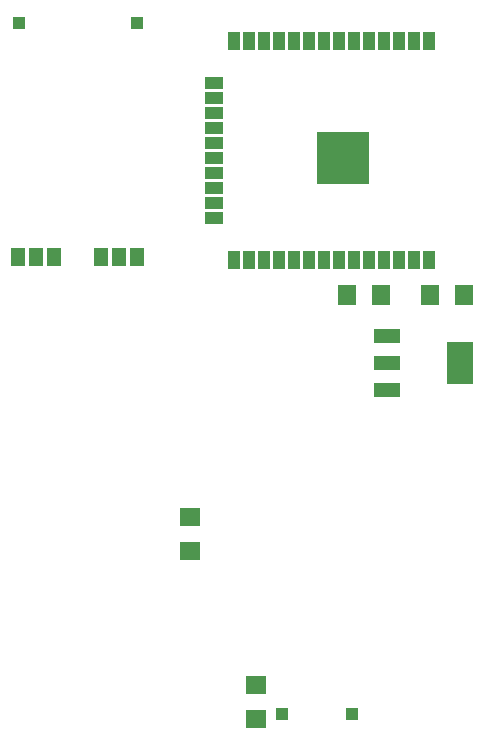
<source format=gbr>
G04 EAGLE Gerber RS-274X export*
G75*
%MOMM*%
%FSLAX34Y34*%
%LPD*%
%INSolderpaste Top*%
%IPPOS*%
%AMOC8*
5,1,8,0,0,1.08239X$1,22.5*%
G01*
%ADD10R,1.000000X1.500000*%
%ADD11R,1.500000X1.000000*%
%ADD12R,4.500000X4.500000*%
%ADD13R,2.235200X1.219200*%
%ADD14R,2.200000X3.600000*%
%ADD15R,1.600000X1.803000*%
%ADD16R,1.803000X1.600000*%
%ADD17R,1.168400X1.600200*%
%ADD18R,1.000000X1.000000*%


D10*
X329400Y797500D03*
X316700Y797500D03*
X304000Y797500D03*
X291300Y797500D03*
X278600Y797500D03*
X265900Y797500D03*
X253200Y797500D03*
X240500Y797500D03*
D11*
X185000Y647700D03*
D10*
X202400Y612500D03*
X215100Y612500D03*
X227800Y612500D03*
X240500Y612500D03*
X253200Y612500D03*
X265900Y612500D03*
X278600Y612500D03*
D11*
X185000Y736600D03*
D10*
X227800Y797500D03*
X215100Y797500D03*
X202400Y797500D03*
D11*
X185000Y762000D03*
X185000Y749300D03*
D10*
X342100Y797500D03*
X354800Y797500D03*
X367500Y797500D03*
D11*
X185000Y723900D03*
X185000Y711200D03*
X185000Y698500D03*
X185000Y660400D03*
X185000Y673100D03*
X185000Y685800D03*
D10*
X291300Y612500D03*
X304000Y612500D03*
X316700Y612500D03*
X329400Y612500D03*
X342100Y612500D03*
X354800Y612500D03*
X367500Y612500D03*
D12*
X294200Y698200D03*
D13*
X331512Y548114D03*
X331512Y525000D03*
X331512Y501886D03*
D14*
X393490Y525000D03*
D15*
X298280Y582500D03*
X326720Y582500D03*
X368280Y582500D03*
X396720Y582500D03*
D16*
X165000Y394220D03*
X165000Y365780D03*
D17*
X89760Y615000D03*
X105000Y615000D03*
X120240Y615000D03*
X19760Y615000D03*
X35000Y615000D03*
X50240Y615000D03*
D18*
X302500Y227500D03*
X242500Y227500D03*
X20000Y812500D03*
X120000Y812500D03*
D16*
X221000Y252220D03*
X221000Y223780D03*
M02*

</source>
